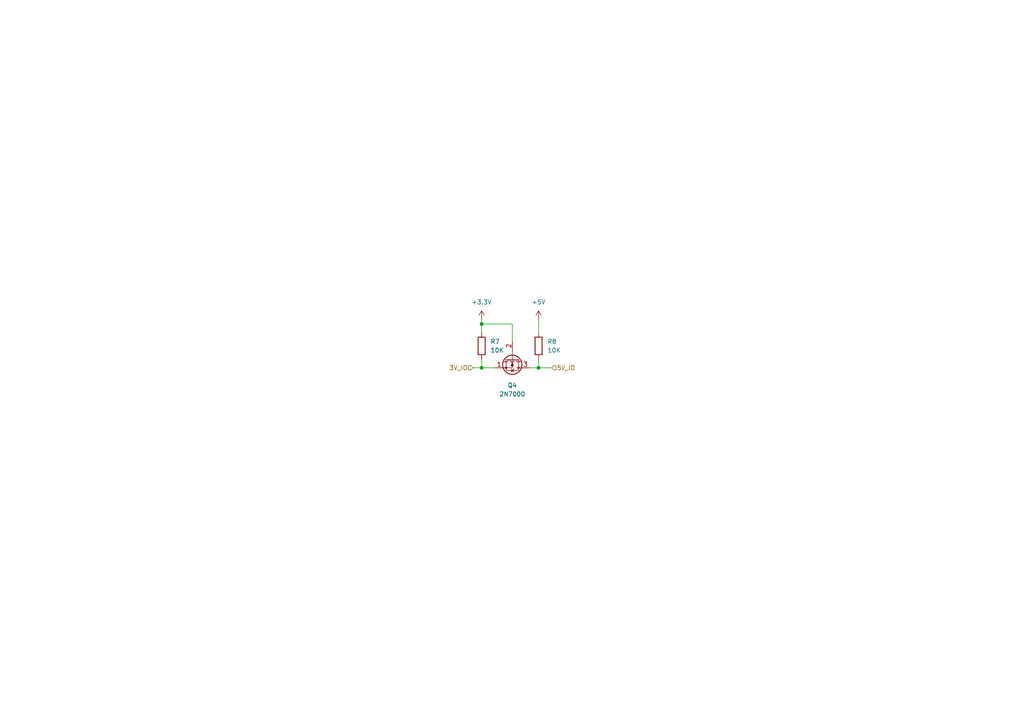
<source format=kicad_sch>
(kicad_sch (version 20211123) (generator eeschema)
  (paper "A4")
  (lib_symbols
    (symbol "Device:R" (pin_numbers hide) (pin_names (offset 0))
      (property "Reference" "R" (at 2.032 0 90))
      (property "Value" "R" (at 0 0 90))
      (symbol "R_0_1"
        (rectangle (start -1.016 -2.54) (end 1.016 2.54) (stroke (width 0.254)))
      )
      (symbol "R_1_1"
        (pin passive line (at 0 3.81 270) (length 1.27) (name "~") (number "1"))
        (pin passive line (at 0 -3.81 90) (length 1.27) (name "~") (number "2"))
      )
    )
    (symbol "Transistor_FET:2N7000" (pin_names hide)
      (property "Reference" "Q" (at 5.08 1.905 0))
      (property "Value" "2N7000" (at 5.08 0 0))
      (symbol "2N7000_0_1"
        (polyline (pts (xy 0.254 0) (xy -2.54 0)))
        (polyline (pts (xy 0.254 1.905) (xy 0.254 -1.905)) (stroke (width 0.254)))
        (polyline (pts (xy 0.762 -1.27) (xy 0.762 -2.286)) (stroke (width 0.254)))
        (polyline (pts (xy 0.762 0.508) (xy 0.762 -0.508)) (stroke (width 0.254)))
        (polyline (pts (xy 0.762 2.286) (xy 0.762 1.27)) (stroke (width 0.254)))
        (polyline (pts (xy 2.54 2.54) (xy 2.54 1.778)))
        (polyline (pts (xy 2.54 -2.54) (xy 2.54 0) (xy 0.762 0)))
        (polyline (pts (xy 0.762 -1.778) (xy 3.302 -1.778) (xy 3.302 1.778) (xy 0.762 1.778)))
        (polyline (pts (xy 1.016 0) (xy 2.032 0.381) (xy 2.032 -0.381) (xy 1.016 0)) (fill (type outline)))
        (polyline (pts (xy 2.794 0.508) (xy 2.921 0.381) (xy 3.683 0.381) (xy 3.81 0.254)))
        (polyline (pts (xy 3.302 0.381) (xy 2.921 -0.254) (xy 3.683 -0.254) (xy 3.302 0.381)))
        (circle (center 1.651 0) (radius 2.794) (stroke (width 0.254)))
        (circle (center 2.54 -1.778) (radius 0.254) (fill (type outline)))
        (circle (center 2.54 1.778) (radius 0.254) (fill (type outline)))
      )
      (symbol "2N7000_1_1"
        (pin passive line (at 2.54 -5.08 90) (length 2.54) (name "S") (number "1"))
        (pin input line (at -5.08 0 0) (length 2.54) (name "G") (number "2"))
        (pin passive line (at 2.54 5.08 270) (length 2.54) (name "D") (number "3"))
      )
    )
    (symbol "power:+3.3V" (power) (pin_names (offset 0))
      (property "Value" "+3.3V" (at 0 3.556 0))
      (symbol "+3.3V_0_1"
        (polyline (pts (xy -0.762 1.27) (xy 0 2.54)))
        (polyline (pts (xy 0 0) (xy 0 2.54)))
        (polyline (pts (xy 0 2.54) (xy 0.762 1.27)))
      )
      (symbol "+3.3V_1_1"
        (pin power_in line (at 0 0 90) (length 0) hide (name "+3.3V") (number "1"))
      )
    )
    (symbol "power:+5V" (power) (pin_names (offset 0))
      (property "Value" "+5V" (at 0 3.556 0))
      (symbol "+5V_0_1"
        (polyline (pts (xy -0.762 1.27) (xy 0 2.54)))
        (polyline (pts (xy 0 0) (xy 0 2.54)))
        (polyline (pts (xy 0 2.54) (xy 0.762 1.27)))
      )
      (symbol "+5V_1_1"
        (pin power_in line (at 0 0 90) (length 0) hide (name "+5V") (number "1"))
      )
    )
  )
  (junction (at 139.7 106.68))
  (junction (at 156.21 106.68))
  (junction (at 139.7 93.98))
  (wire (pts (xy 156.21 92.71) (xy 156.21 96.52)))
  (wire (pts (xy 139.7 92.71) (xy 139.7 93.98)))
  (wire (pts (xy 139.7 104.14) (xy 139.7 106.68)))
  (wire (pts (xy 156.21 106.68) (xy 160.02 106.68)))
  (wire (pts (xy 148.59 99.06) (xy 148.59 93.98)))
  (wire (pts (xy 137.16 106.68) (xy 139.7 106.68)))
  (wire (pts (xy 139.7 106.68) (xy 143.51 106.68)))
  (wire (pts (xy 139.7 93.98) (xy 139.7 96.52)))
  (wire (pts (xy 148.59 93.98) (xy 139.7 93.98)))
  (wire (pts (xy 156.21 104.14) (xy 156.21 106.68)))
  (wire (pts (xy 153.67 106.68) (xy 156.21 106.68)))
  (hierarchical_label "3V_IO" (shape input) (at 137.16 106.68 180))
  (hierarchical_label "5V_IO" (shape input) (at 160.02 106.68 0))
  (symbol (lib_id "Device:R") (at 139.7 100.33 0) (unit 1)
    (property "Reference" "R7" (at 142.24 99.0599 0) (effects (justify left)))
    (property "Value" "10K" (at 142.24 101.5999 0) (effects (justify left)))
    (property "Footprint" "Resistor_THT:R_Axial_DIN0207_L6.3mm_D2.5mm_P2.54mm_Vertical" (effects hide))
  )
  (symbol (lib_id "Transistor_FET:2N7000") (at 148.59 104.14 270) (unit 1)
    (property "Reference" "Q4" (at 148.59 111.76 90))
    (property "Value" "2N7000" (at 148.59 114.3 90))
    (property "Footprint" "Package_TO_SOT_THT:TO-92_Inline" (effects hide))
    (property "Datasheet" "https://www.vishay.com/docs/70226/70226.pdf" (effects hide))
  )
  (symbol (lib_id "power:+3.3V") (at 139.7 92.71 0) (unit 1)
    (property "Reference" "#PWR0113" (effects hide))
    (property "Value" "+3.3V" (at 139.7 87.63 0))
  )
  (symbol (lib_id "Device:R") (at 156.21 100.33 0) (unit 1)
    (property "Reference" "R8" (at 158.75 99.0599 0) (effects (justify left)))
    (property "Value" "10K" (at 158.75 101.5999 0) (effects (justify left)))
    (property "Footprint" "Resistor_THT:R_Axial_DIN0207_L6.3mm_D2.5mm_P2.54mm_Vertical" (effects hide))
  )
  (symbol (lib_id "power:+5V") (at 156.21 92.71 0) (unit 1)
    (property "Reference" "#PWR0112" (effects hide))
    (property "Value" "+5V" (at 156.21 87.63 0))
  )
)
</source>
